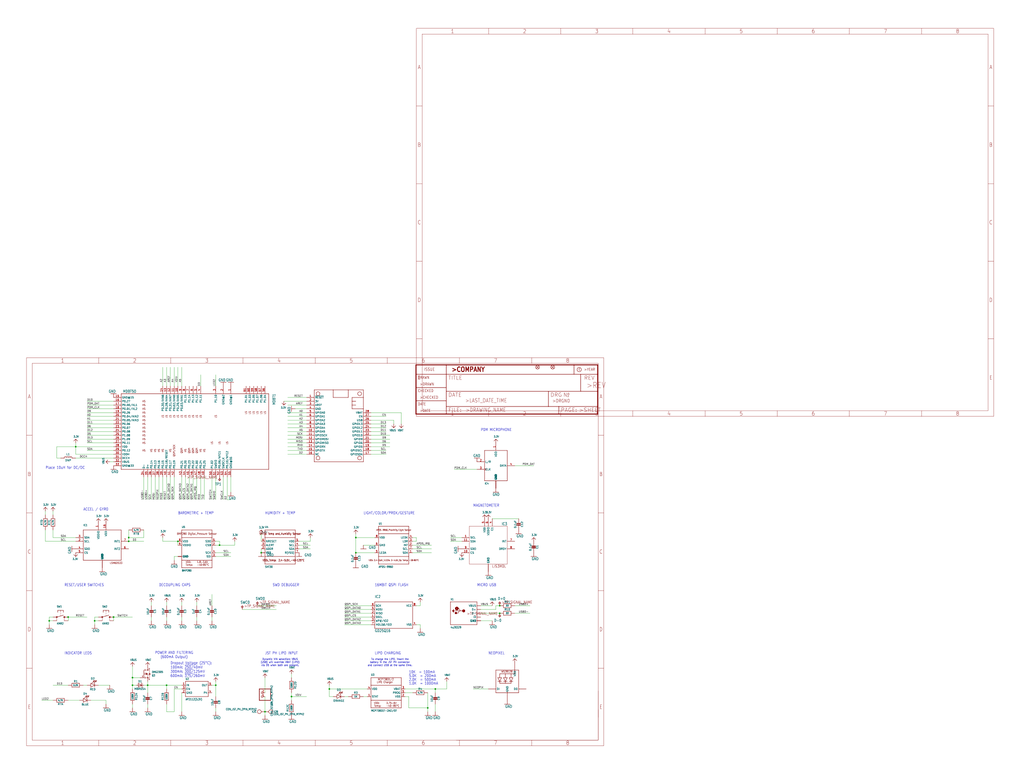
<source format=kicad_sch>
(kicad_sch (version 20211123) (generator eeschema)
  (paper "User" 687.07 520.141)
  (junction (at 63.5 416.56))
  (junction (at 119.38 363.22))
  (junction (at 88.9 459.74))
  (junction (at 335.28 411.48))
  (junction (at 220.98 462.28))
  (junction (at 86.36 360.68))
  (junction (at 99.06 459.74))
  (junction (at 144.78 459.74))
  (junction (at 238.76 370.84))
  (junction (at 111.76 459.74))
  (junction (at 335.28 406.4))
  (junction (at 175.26 370.84))
  (junction (at 238.76 360.68))
  (junction (at 76.2 414.02))
  (junction (at 195.58 467.36))
  (junction (at 287.02 474.98))
  (junction (at 45.72 414.02))
  (junction (at 147.32 365.76))
  (junction (at 33.02 416.56))
  (junction (at 292.1 462.28))
  (junction (at 86.36 363.22))
  (junction (at 88.9 454.66))
  (junction (at 177.8 477.52))
  (junction (at 50.8 299.72))
  (wire (pts (xy 96.52 335.28) (xy 96.52 320.04)))
  (wire (pts (xy 200.66 368.3) (xy 208.28 368.3)))
  (wire (pts (xy 116.84 335.28) (xy 116.84 320.04)))
  (wire (pts (xy 121.92 406.4) (xy 121.92 403.86)))
  (wire (pts (xy 104.14 320.04) (xy 104.14 335.28)))
  (wire (pts (xy 30.48 363.22) (xy 50.8 363.22)))
  (wire (pts (xy 320.04 314.96) (xy 304.8 314.96)))
  (wire (pts (xy 205.74 279.4) (xy 193.04 279.4)))
  (wire (pts (xy 76.2 302.26) (xy 58.42 302.26)))
  (wire (pts (xy 220.98 459.74) (xy 220.98 462.28)))
  (wire (pts (xy 243.84 467.36) (xy 246.38 467.36)))
  (wire (pts (xy 274.32 467.36) (xy 274.32 474.98)))
  (wire (pts (xy 86.36 363.22) (xy 96.52 363.22)))
  (wire (pts (xy 205.74 287.02) (xy 193.04 287.02)))
  (wire (pts (xy 175.26 363.22) (xy 175.26 358.14)))
  (wire (pts (xy 111.76 406.4) (xy 111.76 403.86)))
  (wire (pts (xy 345.44 312.42) (xy 358.14 312.42)))
  (wire (pts (xy 154.94 330.2) (xy 154.94 320.04)))
  (wire (pts (xy 231.14 411.48) (xy 248.92 411.48)))
  (wire (pts (xy 66.04 416.56) (xy 63.5 416.56)))
  (wire (pts (xy 276.86 360.68) (xy 279.4 360.68)))
  (wire (pts (xy 73.66 459.74) (xy 66.04 459.74)))
  (wire (pts (xy 86.36 360.68) (xy 86.36 363.22)))
  (wire (pts (xy 101.6 406.4) (xy 101.6 403.86)))
  (wire (pts (xy 205.74 302.26) (xy 193.04 302.26)))
  (wire (pts (xy 177.8 477.52) (xy 177.8 467.36)))
  (wire (pts (xy 53.34 469.9) (xy 45.72 469.9)))
  (wire (pts (xy 76.2 279.4) (xy 58.42 279.4)))
  (wire (pts (xy 251.46 360.68) (xy 238.76 360.68)))
  (wire (pts (xy 88.9 462.28) (xy 88.9 459.74)))
  (wire (pts (xy 309.88 360.68) (xy 302.26 360.68)))
  (wire (pts (xy 121.92 259.08) (xy 121.92 246.38)))
  (wire (pts (xy 195.58 467.36) (xy 195.58 469.9)))
  (wire (pts (xy 88.9 454.66) (xy 88.9 447.04)))
  (wire (pts (xy 279.4 363.22) (xy 276.86 363.22)))
  (wire (pts (xy 109.22 363.22) (xy 109.22 360.68)))
  (wire (pts (xy 58.42 292.1) (xy 76.2 292.1)))
  (wire (pts (xy 193.04 266.7) (xy 205.74 266.7)))
  (wire (pts (xy 193.04 294.64) (xy 205.74 294.64)))
  (wire (pts (xy 205.74 304.8) (xy 193.04 304.8)))
  (wire (pts (xy 261.62 297.18) (xy 248.92 297.18)))
  (wire (pts (xy 248.92 276.86) (xy 269.24 276.86)))
  (wire (pts (xy 281.94 419.1) (xy 281.94 421.64)))
  (wire (pts (xy 76.2 287.02) (xy 58.42 287.02)))
  (wire (pts (xy 264.16 281.94) (xy 264.16 284.48)))
  (wire (pts (xy 289.56 368.3) (xy 276.86 368.3)))
  (wire (pts (xy 200.66 363.22) (xy 208.28 363.22)))
  (wire (pts (xy 144.78 259.08) (xy 144.78 251.46)))
  (wire (pts (xy 248.92 406.4) (xy 231.14 406.4)))
  (wire (pts (xy 147.32 363.22) (xy 147.32 365.76)))
  (wire (pts (xy 200.66 365.76) (xy 208.28 365.76)))
  (wire (pts (xy 302.26 363.22) (xy 309.88 363.22)))
  (wire (pts (xy 106.68 320.04) (xy 106.68 335.28)))
  (wire (pts (xy 289.56 370.84) (xy 276.86 370.84)))
  (wire (pts (xy 279.4 406.4) (xy 281.94 406.4)))
  (wire (pts (xy 116.84 462.28) (xy 116.84 477.52)))
  (wire (pts (xy 124.46 335.28) (xy 124.46 320.04)))
  (wire (pts (xy 50.8 360.68) (xy 35.56 360.68)))
  (wire (pts (xy 114.3 259.08) (xy 114.3 246.38)))
  (wire (pts (xy 35.56 416.56) (xy 33.02 416.56)))
  (wire (pts (xy 251.46 365.76) (xy 243.84 365.76)))
  (wire (pts (xy 238.76 370.84) (xy 238.76 360.68)))
  (wire (pts (xy 114.3 335.28) (xy 114.3 320.04)))
  (wire (pts (xy 259.08 284.48) (xy 248.92 284.48)))
  (wire (pts (xy 63.5 416.56) (xy 63.5 419.1)))
  (wire (pts (xy 30.48 355.6) (xy 30.48 363.22)))
  (wire (pts (xy 279.4 360.68) (xy 279.4 363.22)))
  (wire (pts (xy 58.42 281.94) (xy 76.2 281.94)))
  (wire (pts (xy 332.74 408.94) (xy 332.74 406.4)))
  (wire (pts (xy 99.06 320.04) (xy 99.06 335.28)))
  (wire (pts (xy 76.2 414.02) (xy 88.9 414.02)))
  (wire (pts (xy 162.56 408.94) (xy 185.42 408.94)))
  (wire (pts (xy 96.52 459.74) (xy 99.06 459.74)))
  (wire (pts (xy 248.92 408.94) (xy 231.14 408.94)))
  (wire (pts (xy 147.32 365.76) (xy 157.48 365.76)))
  (wire (pts (xy 50.8 304.8) (xy 50.8 299.72)))
  (wire (pts (xy 96.52 355.6) (xy 96.52 360.68)))
  (wire (pts (xy 76.2 299.72) (xy 50.8 299.72)))
  (wire (pts (xy 101.6 414.02) (xy 101.6 416.56)))
  (wire (pts (xy 45.72 459.74) (xy 35.56 459.74)))
  (wire (pts (xy 121.92 414.02) (xy 121.92 416.56)))
  (wire (pts (xy 144.78 363.22) (xy 147.32 363.22)))
  (wire (pts (xy 109.22 259.08) (xy 109.22 246.38)))
  (wire (pts (xy 144.78 370.84) (xy 154.94 370.84)))
  (wire (pts (xy 292.1 472.44) (xy 292.1 477.52)))
  (wire (pts (xy 322.58 416.56) (xy 330.2 416.56)))
  (wire (pts (xy 137.16 320.04) (xy 137.16 335.28)))
  (wire (pts (xy 220.98 462.28) (xy 246.38 462.28)))
  (wire (pts (xy 287.02 464.82) (xy 287.02 474.98)))
  (wire (pts (xy 195.58 464.82) (xy 195.58 467.36)))
  (wire (pts (xy 175.26 368.3) (xy 175.26 370.84)))
  (wire (pts (xy 330.2 406.4) (xy 322.58 406.4)))
  (wire (pts (xy 132.08 406.4) (xy 132.08 403.86)))
  (wire (pts (xy 248.92 279.4) (xy 259.08 279.4)))
  (wire (pts (xy 99.06 459.74) (xy 111.76 459.74)))
  (wire (pts (xy 271.78 464.82) (xy 276.86 464.82)))
  (wire (pts (xy 116.84 373.38) (xy 116.84 375.92)))
  (wire (pts (xy 121.92 464.82) (xy 121.92 477.52)))
  (wire (pts (xy 33.02 416.56) (xy 33.02 419.1)))
  (wire (pts (xy 327.66 462.28) (xy 317.5 462.28)))
  (wire (pts (xy 185.42 406.4) (xy 172.72 406.4)))
  (wire (pts (xy 99.06 457.2) (xy 99.06 459.74)))
  (wire (pts (xy 231.14 416.56) (xy 248.92 416.56)))
  (wire (pts (xy 121.92 335.28) (xy 121.92 320.04)))
  (wire (pts (xy 205.74 276.86) (xy 193.04 276.86)))
  (wire (pts (xy 231.14 414.02) (xy 248.92 414.02)))
  (wire (pts (xy 269.24 276.86) (xy 269.24 284.48)))
  (wire (pts (xy 66.04 414.02) (xy 63.5 414.02)))
  (wire (pts (xy 58.42 459.74) (xy 55.88 459.74)))
  (wire (pts (xy 248.92 281.94) (xy 264.16 281.94)))
  (wire (pts (xy 40.64 307.34) (xy 38.1 307.34)))
  (wire (pts (xy 279.4 419.1) (xy 281.94 419.1)))
  (wire (pts (xy 99.06 464.82) (xy 99.06 459.74)))
  (wire (pts (xy 144.78 373.38) (xy 154.94 373.38)))
  (wire (pts (xy 58.42 271.78) (xy 76.2 271.78)))
  (wire (pts (xy 116.84 477.52) (xy 111.76 477.52)))
  (wire (pts (xy 93.98 454.66) (xy 88.9 454.66)))
  (wire (pts (xy 205.74 284.48) (xy 193.04 284.48)))
  (wire (pts (xy 322.58 411.48) (xy 335.28 411.48)))
  (wire (pts (xy 121.92 459.74) (xy 111.76 459.74)))
  (wire (pts (xy 177.8 454.66) (xy 177.8 464.82)))
  (wire (pts (xy 127 320.04) (xy 127 335.28)))
  (wire (pts (xy 76.2 284.48) (xy 58.42 284.48)))
  (wire (pts (xy 231.14 419.1) (xy 248.92 419.1)))
  (wire (pts (xy 251.46 370.84) (xy 238.76 370.84)))
  (wire (pts (xy 134.62 259.08) (xy 134.62 251.46)))
  (wire (pts (xy 88.9 474.98) (xy 88.9 472.44)))
  (wire (pts (xy 195.58 452.12) (xy 195.58 454.66)))
  (wire (pts (xy 205.74 289.56) (xy 193.04 289.56)))
  (wire (pts (xy 292.1 462.28) (xy 299.72 462.28)))
  (wire (pts (xy 88.9 459.74) (xy 88.9 454.66)))
  (wire (pts (xy 292.1 462.28) (xy 271.78 462.28)))
  (wire (pts (xy 111.76 414.02) (xy 111.76 416.56)))
  (wire (pts (xy 116.84 259.08) (xy 116.84 246.38)))
  (wire (pts (xy 205.74 271.78) (xy 193.04 271.78)))
  (wire (pts (xy 220.98 467.36) (xy 220.98 462.28)))
  (wire (pts (xy 45.72 414.02) (xy 45.72 416.56)))
  (wire (pts (xy 177.8 480.06) (xy 177.8 477.52)))
  (wire (pts (xy 35.56 355.6) (xy 35.56 360.68)))
  (wire (pts (xy 259.08 289.56) (xy 248.92 289.56)))
  (wire (pts (xy 152.4 335.28) (xy 154.94 335.28)))
  (wire (pts (xy 119.38 373.38) (xy 116.84 373.38)))
  (wire (pts (xy 193.04 297.18) (xy 205.74 297.18)))
  (wire (pts (xy 129.54 320.04) (xy 129.54 335.28)))
  (wire (pts (xy 355.6 406.4) (xy 345.44 406.4)))
  (wire (pts (xy 287.02 474.98) (xy 287.02 477.52)))
  (wire (pts (xy 132.08 320.04) (xy 132.08 335.28)))
  (wire (pts (xy 76.2 289.56) (xy 58.42 289.56)))
  (wire (pts (xy 231.14 467.36) (xy 233.68 467.36)))
  (wire (pts (xy 144.78 474.98) (xy 144.78 477.52)))
  (wire (pts (xy 292.1 464.82) (xy 292.1 462.28)))
  (wire (pts (xy 119.38 363.22) (xy 109.22 363.22)))
  (wire (pts (xy 30.48 342.9) (xy 30.48 345.44)))
  (wire (pts (xy 35.56 469.9) (xy 27.94 469.9)))
  (wire (pts (xy 76.2 276.86) (xy 58.42 276.86)))
  (wire (pts (xy 142.24 459.74) (xy 144.78 459.74)))
  (wire (pts (xy 238.76 360.68) (xy 238.76 358.14)))
  (wire (pts (xy 142.24 320.04) (xy 142.24 335.28)))
  (wire (pts (xy 76.2 414.02) (xy 76.2 416.56)))
  (wire (pts (xy 38.1 299.72) (xy 50.8 299.72)))
  (wire (pts (xy 144.78 320.04) (xy 144.78 335.28)))
  (wire (pts (xy 119.38 259.08) (xy 119.38 246.38)))
  (wire (pts (xy 142.24 416.56) (xy 142.24 414.02)))
  (wire (pts (xy 198.12 274.32) (xy 205.74 274.32)))
  (wire (pts (xy 101.6 320.04) (xy 101.6 335.28)))
  (wire (pts (xy 195.58 467.36) (xy 205.74 467.36)))
  (wire (pts (xy 45.72 414.02) (xy 58.42 414.02)))
  (wire (pts (xy 322.58 408.94) (xy 332.74 408.94)))
  (wire (pts (xy 35.56 345.44) (xy 35.56 342.9)))
  (wire (pts (xy 248.92 304.8) (xy 259.08 304.8)))
  (wire (pts (xy 71.12 469.9) (xy 71.12 472.44)))
  (wire (pts (xy 76.2 294.64) (xy 58.42 294.64)))
  (wire (pts (xy 261.62 294.64) (xy 248.92 294.64)))
  (wire (pts (xy 96.52 360.68) (xy 86.36 360.68)))
  (wire (pts (xy 76.2 304.8) (xy 50.8 304.8)))
  (wire (pts (xy 281.94 406.4) (xy 281.94 403.86)))
  (wire (pts (xy 35.56 414.02) (xy 33.02 414.02)))
  (wire (pts (xy 50.8 299.72) (xy 50.8 297.18)))
  (wire (pts (xy 271.78 467.36) (xy 274.32 467.36)))
  (wire (pts (xy 71.12 469.9) (xy 60.96 469.9)))
  (wire (pts (xy 111.76 462.28) (xy 111.76 459.74)))
  (wire (pts (xy 259.08 287.02) (xy 248.92 287.02)))
  (wire (pts (xy 276.86 365.76) (xy 289.56 365.76)))
  (wire (pts (xy 99.06 472.44) (xy 99.06 474.98)))
  (wire (pts (xy 248.92 299.72) (xy 261.62 299.72)))
  (wire (pts (xy 330.2 347.98) (xy 347.98 347.98)))
  (wire (pts (xy 109.22 320.04) (xy 109.22 335.28)))
  (wire (pts (xy 355.6 411.48) (xy 345.44 411.48)))
  (wire (pts (xy 149.86 320.04) (xy 149.86 335.28)))
  (wire (pts (xy 205.74 292.1) (xy 193.04 292.1)))
  (wire (pts (xy 76.2 269.24) (xy 58.42 269.24)))
  (wire (pts (xy 205.74 299.72) (xy 193.04 299.72)))
  (wire (pts (xy 261.62 292.1) (xy 248.92 292.1)))
  (wire (pts (xy 274.32 474.98) (xy 287.02 474.98)))
  (wire (pts (xy 205.74 269.24) (xy 190.5 269.24)))
  (wire (pts (xy 157.48 365.76) (xy 157.48 363.22)))
  (wire (pts (xy 91.44 459.74) (xy 88.9 459.74)))
  (wire (pts (xy 142.24 406.4) (xy 142.24 398.78)))
  (wire (pts (xy 132.08 414.02) (xy 132.08 416.56)))
  (wire (pts (xy 144.78 365.76) (xy 147.32 365.76)))
  (wire (pts (xy 111.76 477.52) (xy 111.76 472.44)))
  (wire (pts (xy 58.42 297.18) (xy 76.2 297.18)))
  (wire (pts (xy 134.62 320.04) (xy 134.62 335.28)))
  (wire (pts (xy 38.1 307.34) (xy 38.1 299.72)))
  (wire (pts (xy 223.52 467.36) (xy 220.98 467.36)))
  (wire (pts (xy 111.76 259.08) (xy 111.76 246.38)))
  (wire (pts (xy 119.38 365.76) (xy 119.38 363.22)))
  (wire (pts (xy 76.2 274.32) (xy 58.42 274.32)))
  (wire (pts (xy 144.78 459.74) (xy 144.78 457.2)))
  (wire (pts (xy 76.2 309.88) (xy 73.66 309.88)))
  (wire (pts (xy 248.92 302.26) (xy 259.08 302.26)))
  (wire (pts (xy 33.02 414.02) (xy 33.02 416.56)))
  (wire (pts (xy 111.76 320.04) (xy 111.76 335.28)))
  (wire (pts (xy 205.74 281.94) (xy 193.04 281.94)))
  (wire (pts (xy 332.74 406.4) (xy 335.28 406.4)))
  (wire (pts (xy 144.78 467.36) (xy 144.78 459.74)))
  (wire (pts (xy 86.36 360.68) (xy 86.36 355.6)))
  (wire (pts (xy 76.2 307.34) (xy 50.8 307.34)))
  (wire (pts (xy 121.92 462.28) (xy 116.84 462.28)))
  (wire (pts (xy 63.5 414.02) (xy 63.5 416.56)))
  (wire (pts (xy 152.4 320.04) (xy 152.4 335.28)))
  (wire (pts (xy 299.72 457.2) (xy 299.72 462.28)))
  (wire (pts (xy 208.28 363.22) (xy 208.28 360.68)))
  (text "Place 10uH for DC/DC" (at 30.48 314.96 180) (effects (font (size 1.778 1.5113)) (justify left bottom)))
  (text "2.0K  = 500mA" (at 274.32 457.2 180) (effects (font (size 1.778 1.5113)) (justify left bottom)))
  (text "1.0K  = 1000mA" (at 274.32 459.74 180) (effects (font (size 1.778 1.5113)) (justify left bottom)))
  (text "JST PH LIPO INPUT" (at 177.8 439.42 180) (effects (font (size 1.778 1.5113)) (justify left bottom)))
  (text "MAGNETOMETER" (at 317.5 340.36 180) (effects (font (size 1.778 1.5113)) (justify left bottom)))
  (text "BAROMETRIC + TEMP" (at 119.38 345.44 180) (effects (font (size 1.778 1.5113)) (justify left bottom)))
  (text "POWER AND FILTERING\n(600mA Output)" (at 116.84 441.96 180) (effects (font (size 1.778 1.5113)) (justify bottom)))
  (text "INDICATOR LEDS" (at 43.18 439.42 180) (effects (font (size 1.778 1.5113)) (justify left bottom)))
  (text "5.0K  = 200mA" (at 274.32 454.66 180) (effects (font (size 1.778 1.5113)) (justify left bottom)))
  (text "10K  = 100mA" (at 274.32 452.12 180) (effects (font (size 1.778 1.5113)) (justify left bottom)))
  (text "RESET/USER SWITCHES" (at 43.18 393.7 180) (effects (font (size 1.778 1.5113)) (justify left bottom)))
  (text "LIGHT/COLOR/PROX/GESTURE" (at 243.84 345.44 180) (effects (font (size 1.778 1.5113)) (justify left bottom)))
  (text "PDM MICROPHONE" (at 322.58 289.56 180) (effects (font (size 1.778 1.5113)) (justify left bottom)))
  (text "MICRO USB" (at 320.04 393.7 180) (effects (font (size 1.778 1.5113)) (justify left bottom)))
  (text "16MBIT QSPI FLASH" (at 251.46 393.7 180) (effects (font (size 1.778 1.5113)) (justify left bottom)))
  (text "LIPO CHARGING" (at 251.46 439.42 180) (effects (font (size 1.778 1.5113)) (justify left bottom)))
  (text "SWD DEBUGGER" (at 182.88 393.7 180) (effects (font (size 1.778 1.5113)) (justify left bottom)))
  (text "ACCEL / GYRO" (at 55.88 342.9 180) (effects (font (size 1.778 1.5113)) (justify left bottom)))
  (text "HUMIDITY + TEMP" (at 177.8 345.44 180) (effects (font (size 1.778 1.5113)) (justify left bottom)))
  (text "To charge the LIPO, insert the\nbattery in the JST PH connector\nand connect USB at the same time." (at 261.62 444.5 0) (effects (font (size 1.27 1.0795))))
  (text "DECOUPLING CAPS" (at 106.68 393.7 180) (effects (font (size 1.778 1.5113)) (justify left bottom)))
  (text "Dynamic VIN selection: VBUS\n(USB) will override VBAT (LIPO)\nvia D5 when both are present." (at 187.96 444.5 0) (effects (font (size 1.27 1.0795))))
  (text "NEOPIXEL" (at 327.66 439.42 180) (effects (font (size 1.778 1.5113)) (justify left bottom)))
  (text "Dropout Voltage (25°C):\n100mA: ~{250/}40mV\n300mA: ~{300/}125mV\n600mA: ~{375/}260mV" (at 114.3 454.66 0) (effects (font (size 1.778 1.5113)) (justify left bottom)))
  (label "D5" (at 259.08 299.72 180) (effects (font (size 1.2446 1.2446))))
  (label "A3" (at 111.76 256.54 90) (effects (font (size 1.2446 1.2446))))
  (label "MOSI" (at 104.14 335.28 90) (effects (font (size 1.2446 1.2446))))
  (label "SDA" (at 279.4 370.84 0) (effects (font (size 1.2446 1.2446))))
  (label "D13" (at 38.1 459.74 0) (effects (font (size 1.2446 1.2446))))
  (label "SDA" (at 40.64 360.68 0) (effects (font (size 1.2446 1.2446))))
  (label "SWDIO" (at 144.78 335.28 90) (effects (font (size 1.2446 1.2446))))
  (label "D2" (at 203.2 304.8 180) (effects (font (size 1.2446 1.2446))))
  (label "QSPI_DATA0" (at 114.3 335.28 90) (effects (font (size 1.2446 1.2446))))
  (label "SDA" (at 203.2 368.3 0) (effects (font (size 1.2446 1.2446))))
  (label "D12" (at 259.08 287.02 180) (effects (font (size 1.2446 1.2446))))
  (label "AREF" (at 114.3 256.54 90) (effects (font (size 1.2446 1.2446))))
  (label "SWDIO" (at 175.26 406.4 0) (effects (font (size 1.2446 1.2446))))
  (label "SCL" (at 40.64 363.22 0) (effects (font (size 1.2446 1.2446))))
  (label "PDM_CLK" (at 58.42 274.32 0) (effects (font (size 1.2446 1.2446))))
  (label "EN" (at 116.84 462.28 0) (effects (font (size 1.2446 1.2446))))
  (label "MISO" (at 109.22 335.28 90) (effects (font (size 1.2446 1.2446))))
  (label "SDA" (at 149.86 373.38 0) (effects (font (size 1.2446 1.2446))))
  (label "D6" (at 259.08 297.18 180) (effects (font (size 1.2446 1.2446))))
  (label "D10" (at 58.42 269.24 0) (effects (font (size 1.2446 1.2446))))
  (label "USBD-" (at 347.98 411.48 0) (effects (font (size 1.2446 1.2446))))
  (label "SCL" (at 259.08 302.26 180) (effects (font (size 1.2446 1.2446))))
  (label "A4" (at 203.2 287.02 180) (effects (font (size 1.2446 1.2446))))
  (label "D13" (at 58.42 294.64 0) (effects (font (size 1.2446 1.2446))))
  (label "RESET" (at 111.76 335.28 90) (effects (font (size 1.2446 1.2446))))
  (label "SCL" (at 279.4 368.3 0) (effects (font (size 1.2446 1.2446))))
  (label "RESET" (at 203.2 266.7 180) (effects (font (size 1.2446 1.2446))))
  (label "A3" (at 203.2 284.48 180) (effects (font (size 1.2446 1.2446))))
  (label "TXD" (at 137.16 335.28 90) (effects (font (size 1.2446 1.2446))))
  (label "PDM_CLK" (at 304.8 314.96 0) (effects (font (size 1.2446 1.2446))))
  (label "A1" (at 58.42 281.94 0) (effects (font (size 1.2446 1.2446))))
  (label "A2" (at 109.22 256.54 90) (effects (font (size 1.2446 1.2446))))
  (label "APDS_IRQ" (at 132.08 335.28 90) (effects (font (size 1.2446 1.2446))))
  (label "D11" (at 58.42 284.48 0) (effects (font (size 1.2446 1.2446))))
  (label "D3" (at 88.9 363.22 0) (effects (font (size 1.2446 1.2446))))
  (label "NEOPIX" (at 106.68 335.28 90) (effects (font (size 1.2446 1.2446))))
  (label "USBD+" (at 99.06 335.28 90) (effects (font (size 1.2446 1.2446))))
  (label "SWCLK" (at 149.86 335.28 90) (effects (font (size 1.2446 1.2446))))
  (label "RXD" (at 203.2 299.72 180) (effects (font (size 1.2446 1.2446))))
  (label "SWITCH" (at 142.24 335.28 90) (effects (font (size 1.2446 1.2446))))
  (label "MOSI" (at 203.2 294.64 180) (effects (font (size 1.2446 1.2446))))
  (label "DCCH" (at 53.34 307.34 0) (effects (font (size 1.2446 1.2446))))
  (label "TXD" (at 203.2 302.26 180) (effects (font (size 1.2446 1.2446))))
  (label "A4" (at 116.84 256.54 90) (effects (font (size 1.2446 1.2446))))
  (label "D12" (at 58.42 289.56 0) (effects (font (size 1.2446 1.2446))))
  (label "D9" (at 58.42 276.86 0) (effects (font (size 1.2446 1.2446))))
  (label "LED2" (at 144.78 259.08 90) (effects (font (size 1.2446 1.2446))))
  (label "SDA" (at 302.26 363.22 0) (effects (font (size 1.2446 1.2446))))
  (label "D5" (at 58.42 292.1 0) (effects (font (size 1.2446 1.2446))))
  (label "LED2" (at 27.94 469.9 0) (effects (font (size 1.2446 1.2446))))
  (label "QSPI_DATA3" (at 121.92 335.28 90) (effects (font (size 1.2446 1.2446))))
  (label "QSPI_DATA1" (at 231.14 411.48 0) (effects (font (size 1.2446 1.2446))))
  (label "RXD" (at 134.62 335.28 90) (effects (font (size 1.2446 1.2446))))
  (label "PDM_DAT" (at 58.42 271.78 0) (effects (font (size 1.2446 1.2446))))
  (label "PDM_DAT" (at 350.52 312.42 0) (effects (font (size 1.2446 1.2446))))
  (label "A5" (at 203.2 289.56 180) (effects (font (size 1.2446 1.2446))))
  (label "VBUS" (at 322.58 406.4 0) (effects (font (size 1.2446 1.2446))))
  (label "QSPI_DATA0" (at 231.14 408.94 0) (effects (font (size 1.2446 1.2446))))
  (label "SDA" (at 259.08 304.8 180) (effects (font (size 1.2446 1.2446))))
  (label "RESET" (at 50.8 414.02 0) (effects (font (size 1.2446 1.2446))))
  (label "EN" (at 259.08 279.4 180) (effects (font (size 1.2446 1.2446))))
  (label "SCL" (at 302.26 360.68 0) (effects (font (size 1.2446 1.2446))))
  (label "D13" (at 259.08 284.48 180) (effects (font (size 1.2446 1.2446))))
  (label "SCK" (at 203.2 292.1 180) (effects (font (size 1.2446 1.2446))))
  (label "NEOPIX" (at 317.5 462.28 0) (effects (font (size 1.2446 1.2446))))
  (label "QSPI_DATA2" (at 127 335.28 90) (effects (font (size 1.2446 1.2446))))
  (label "AREF" (at 142.24 406.4 90) (effects (font (size 1.2446 1.2446))))
  (label "SCL" (at 149.86 370.84 0) (effects (font (size 1.2446 1.2446))))
  (label "QSPI_DATA2" (at 231.14 416.56 0) (effects (font (size 1.2446 1.2446))))
  (label "QSPI_CS" (at 231.14 414.02 0) (effects (font (size 1.2446 1.2446))))
  (label "QSPI_SCK" (at 231.14 406.4 0) (effects (font (size 1.2446 1.2446))))
  (label "QSPI_DATA1" (at 129.54 335.28 90) (effects (font (size 1.2446 1.2446))))
  (label "SWCLK" (at 175.26 408.94 0) (effects (font (size 1.2446 1.2446))))
  (label "QSPI_CS" (at 124.46 335.28 90) (effects (font (size 1.2446 1.2446))))
  (label "AREF" (at 203.2 271.78 180) (effects (font (size 1.2446 1.2446))))
  (label "A0" (at 58.42 279.4 0) (effects (font (size 1.2446 1.2446))))
  (label "APDS_IRQ" (at 279.4 365.76 0) (effects (font (size 1.2446 1.2446))))
  (label "D11" (at 259.08 289.56 180) (effects (font (size 1.2446 1.2446))))
  (label "USBD-" (at 96.52 335.28 90) (effects (font (size 1.2446 1.2446))))
  (label "SCL" (at 203.2 365.76 0) (effects (font (size 1.2446 1.2446))))
  (label "QSPI_SCK" (at 116.84 335.28 90) (effects (font (size 1.2446 1.2446))))
  (label "SWITCH" (at 78.74 414.02 0) (effects (font (size 1.2446 1.2446))))
  (label "SDA" (at 58.42 302.26 0) (effects (font (size 1.2446 1.2446))))
  (label "SCK" (at 101.6 335.28 90) (effects (font (size 1.2446 1.2446))))
  (label "A1" (at 203.2 279.4 180) (effects (font (size 1.2446 1.2446))))
  (label "QSPI_DATA3" (at 231.14 419.1 0) (effects (font (size 1.2446 1.2446))))
  (label "A5" (at 121.92 256.54 90) (effects (font (size 1.2446 1.2446))))
  (label "D6" (at 58.42 287.02 0) (effects (font (size 1.2446 1.2446))))
  (label "VDIV" (at 119.38 256.54 90) (effects (font (size 1.2446 1.2446))))
  (label "MISO" (at 203.2 297.18 180) (effects (font (size 1.2446 1.2446))))
  (label "D3" (at 134.62 259.08 90) (effects (font (size 1.2446 1.2446))))
  (label "D2" (at 152.4 335.28 90) (effects (font (size 1.2446 1.2446))))
  (label "VDIV" (at 198.12 467.36 0) (effects (font (size 1.2446 1.2446))))
  (label "A2" (at 203.2 281.94 180) (effects (font (size 1.2446 1.2446))))
  (label "3.3V" (at 175.26 358.14 0) (effects (font (size 1.2446 1.2446))))
  (label "D9" (at 259.08 294.64 180) (effects (font (size 1.2446 1.2446))))
  (label "USBD+" (at 347.98 406.4 0) (effects (font (size 1.2446 1.2446))))
  (label "A0" (at 203.2 276.86 180) (effects (font (size 1.2446 1.2446))))
  (label "D10" (at 259.08 292.1 180) (effects (font (size 1.2446 1.2446))))
  (label "SCL" (at 58.42 297.18 0) (effects (font (size 1.2446 1.2446))))
  (symbol (lib_id "eagleSchem-eagle-import:GND") (at 175.26 373.38 0) (unit 1)
    (property "Reference" "#U$69" (effects hide))
    (property "Value" "GND" (at 178.816 373.38 0) (effects (font (size 1.778 1.5113)) (justify left bottom)))
    (property "Footprint" "eagleSchem:" (effects hide))
  )
  (symbol (lib_id "eagleSchem-eagle-import:FEATHERWING_NODIM") (at 210.82 261.62 270) (unit 1)
    (property "Reference" "MS1" (effects hide))
    (property "Value" "FEATHERWING_NODIM" (effects hide))
    (property "Footprint" "eagleSchem:FEATHERWING_NODIM" (effects hide))
  )
  (symbol (lib_id "eagleSchem-eagle-import:3.3V") (at 208.28 358.14 0) (unit 1)
    (property "Reference" "#U$67" (effects hide))
    (property "Value" "3.3V" (at 206.756 357.124 0) (effects (font (size 1.27 1.0795)) (justify left bottom)))
    (property "Footprint" "eagleSchem:" (effects hide))
  )
  (symbol (lib_id "eagleSchem-eagle-import:GND") (at 330.2 419.1 0) (unit 1)
    (property "Reference" "#U$19" (effects hide))
    (property "Value" "GND" (at 328.676 421.64 0) (effects (font (size 1.778 1.5113)) (justify left bottom)))
    (property "Footprint" "eagleSchem:" (effects hide))
  )
  (symbol (lib_id "eagleSchem-eagle-import:GND") (at 243.84 368.3 0) (unit 1)
    (property "Reference" "#U$63" (effects hide))
    (property "Value" "GND" (at 247.396 368.3 0) (effects (font (size 1.778 1.5113)) (justify left bottom)))
    (property "Footprint" "eagleSchem:" (effects hide))
  )
  (symbol (lib_id "eagleSchem-eagle-import:GND") (at 48.26 368.3 270) (unit 1)
    (property "Reference" "#U$52" (effects hide))
    (property "Value" "GND" (at 45.72 366.776 0) (effects (font (size 1.778 1.5113)) (justify left bottom)))
    (property "Footprint" "eagleSchem:" (effects hide))
  )
  (symbol (lib_id "eagleSchem-eagle-import:MDBT50") (at 132.08 289.56 270) (unit 1)
    (property "Reference" "MDBT1" (at 182.88 264.16 0) (effects (font (size 1.778 1.5113)) (justify left bottom)))
    (property "Value" "MDBT50" (at 91.44 261.62 90) (effects (font (size 1.778 1.5113)) (justify right top)))
    (property "Footprint" "eagleSchem:MDBT50" (effects hide))
  )
  (symbol (lib_id "eagleSchem-eagle-import:MIC_PDM_SPK0415") (at 332.74 312.42 0) (unit 1)
    (property "Reference" "IC4" (at 325.12 325.12 0) (effects (font (size 1.27 1.0795)) (justify left bottom)))
    (property "Value" "MIC_PDM" (effects hide))
    (property "Footprint" "eagleSchem:SPK0415HM4H" (effects hide))
  )
  (symbol (lib_id "eagleSchem-eagle-import:RESISTOR_4PACK") (at 30.48 350.52 90) (unit 4)
    (property "Reference" "R7" (at 27.94 350.52 0))
    (property "Value" "4.7K" (at 30.48 350.52 0) (effects (font (size 1.016 1.016) bold)))
    (property "Footprint" "eagleSchem:RESPACK_4X0603" (effects hide))
  )
  (symbol (lib_id "eagleSchem-eagle-import:LED0603_NOOUTLINE") (at 58.42 469.9 0) (unit 1)
    (property "Reference" "D4" (at 57.15 465.455 0))
    (property "Value" "BLUE" (at 57.15 472.694 0))
    (property "Footprint" "eagleSchem:CHIPLED_0603_NOOUTLINE" (effects hide))
  )
  (symbol (lib_id "eagleSchem-eagle-import:RESISTOR_4PACK") (at 35.56 350.52 90) (unit 3)
    (property "Reference" "R7" (at 33.02 350.52 0))
    (property "Value" "4.7K" (at 35.56 350.52 0) (effects (font (size 1.016 1.016) bold)))
    (property "Footprint" "eagleSchem:RESPACK_4X0603" (effects hide))
  )
  (symbol (lib_id "eagleSchem-eagle-import:3.3V") (at 175.26 355.6 0) (unit 1)
    (property "Reference" "#U$17" (effects hide))
    (property "Value" "3.3V" (at 173.736 354.584 0) (effects (font (size 1.27 1.0795)) (justify left bottom)))
    (property "Footprint" "eagleSchem:" (effects hide))
  )
  (symbol (lib_id "eagleSchem-eagle-import:VBAT") (at 195.58 449.58 0) (unit 1)
    (property "Reference" "#U$58" (effects hide))
    (property "Value" "VBAT" (at 194.056 448.564 0) (effects (font (size 1.27 1.0795)) (justify left bottom)))
    (property "Footprint" "eagleSchem:" (effects hide))
  )
  (symbol (lib_id "eagleSchem-eagle-import:GND") (at 307.34 368.3 270) (unit 1)
    (property "Reference" "#U$50" (effects hide))
    (property "Value" "GND" (at 304.8 366.776 0) (effects (font (size 1.778 1.5113)) (justify left bottom)))
    (property "Footprint" "eagleSchem:" (effects hide))
  )
  (symbol (lib_id "eagleSchem-eagle-import:GND") (at 287.02 480.06 0) (unit 1)
    (property "Reference" "#U$36" (effects hide))
    (property "Value" "GND" (at 285.496 482.6 0) (effects (font (size 1.778 1.5113)) (justify left bottom)))
    (property "Footprint" "eagleSchem:" (effects hide))
  )
  (symbol (lib_id "eagleSchem-eagle-import:3.3V") (at 50.8 294.64 0) (unit 1)
    (property "Reference" "#U$47" (effects hide))
    (property "Value" "3.3V" (at 49.276 293.624 0) (effects (font (size 1.27 1.0795)) (justify left bottom)))
    (property "Footprint" "eagleSchem:" (effects hide))
  )
  (symbol (lib_id "eagleSchem-eagle-import:CON_JST_PH_2PIN_MTPH2") (at 177.8 477.52 90) (unit 3)
    (property "Reference" "X2" (at 172.212 477.52 90) (effects (font (size 1.27 1.0795)) (justify left)))
    (property "Value" "CON_JST_PH_2PIN_MTPH2" (at 172.212 475.869 90) (effects (font (size 1.27 1.0795)) (justify left)))
    (property "Footprint" "eagleSchem:JSTPH2" (effects hide))
  )
  (symbol (lib_id "eagleSchem-eagle-import:3.3V") (at 345.44 441.96 0) (unit 1)
    (property "Reference" "#U$59" (effects hide))
    (property "Value" "3.3V" (at 343.916 440.944 0) (effects (font (size 1.27 1.0795)) (justify left bottom)))
    (property "Footprint" "eagleSchem:" (effects hide))
  )
  (symbol (lib_id "eagleSchem-eagle-import:GND") (at 99.06 477.52 0) (unit 1)
    (property "Reference" "#U$4" (effects hide))
    (property "Value" "GND" (at 97.536 480.06 0) (effects (font (size 1.778 1.5113)) (justify left bottom)))
    (property "Footprint" "eagleSchem:" (effects hide))
  )
  (symbol (lib_id "eagleSchem-eagle-import:CAP_CERAMIC0603_NO") (at 142.24 408.94 180) (unit 1)
    (property "Reference" "C10" (at 144.53 410.19 90))
    (property "Value" "0.1uF" (at 139.94 410.19 90))
    (property "Footprint" "eagleSchem:0603-NO" (effects hide))
  )
  (symbol (lib_id "eagleSchem-eagle-import:CAP_CERAMIC0805-NOOUTLINE") (at 292.1 467.36 180) (unit 1)
    (property "Reference" "C9" (at 294.39 468.61 90))
    (property "Value" "10uF" (at 289.8 468.61 90))
    (property "Footprint" "eagleSchem:0805-NO" (effects hide))
  )
  (symbol (lib_id "eagleSchem-eagle-import:GND") (at 132.08 419.1 0) (unit 1)
    (property "Reference" "#U$31" (effects hide))
    (property "Value" "GND" (at 130.556 421.64 0) (effects (font (size 1.778 1.5113)) (justify left bottom)))
    (property "Footprint" "eagleSchem:" (effects hide))
  )
  (symbol (lib_id "eagleSchem-eagle-import:3.3V") (at 109.22 358.14 0) (unit 1)
    (property "Reference" "#U$71" (effects hide))
    (property "Value" "3.3V" (at 107.696 357.124 0) (effects (font (size 1.27 1.0795)) (justify left bottom)))
    (property "Footprint" "eagleSchem:" (effects hide))
  )
  (symbol (lib_id "eagleSchem-eagle-import:CAP_CERAMIC0805-NOOUTLINE") (at 144.78 469.9 180) (unit 1)
    (property "Reference" "C8" (at 147.07 471.15 90))
    (property "Value" "10uF" (at 142.48 471.15 90))
    (property "Footprint" "eagleSchem:0805-NO" (effects hide))
  )
  (symbol (lib_id "eagleSchem-eagle-import:BMP280") (at 132.08 368.3 0) (unit 1)
    (property "Reference" "U5" (at 121.92 354.33 0) (effects (font (size 1.27 1.0795)) (justify left bottom)))
    (property "Value" "BMP280" (at 121.92 383.54 0) (effects (font (size 1.27 1.0795)) (justify left bottom)))
    (property "Footprint" "eagleSchem:BMP280" (effects hide))
  )
  (symbol (lib_id "eagleSchem-eagle-import:3.3V") (at 332.74 294.64 0) (unit 1)
    (property "Reference" "#U$70" (effects hide))
    (property "Value" "3.3V" (at 331.216 293.624 0) (effects (font (size 1.27 1.0795)) (justify left bottom)))
    (property "Footprint" "eagleSchem:" (effects hide))
  )
  (symbol (lib_id "eagleSchem-eagle-import:GND") (at 358.14 373.38 0) (unit 1)
    (property "Reference" "#U$73" (effects hide))
    (property "Value" "GND" (at 356.616 375.92 0) (effects (font (size 1.778 1.5113)) (justify left bottom)))
    (property "Footprint" "eagleSchem:" (effects hide))
  )
  (symbol (lib_id "eagleSchem-eagle-import:3.3V") (at 238.76 355.6 0) (unit 1)
    (property "Reference" "#U$62" (effects hide))
    (property "Value" "3.3V" (at 237.236 354.584 0) (effects (font (size 1.27 1.0795)) (justify left bottom)))
    (property "Footprint" "eagleSchem:" (effects hide))
  )
  (symbol (lib_id "eagleSchem-eagle-import:3.3V") (at 71.12 347.98 0) (unit 1)
    (property "Reference" "#U$18" (effects hide))
    (property "Value" "3.3V" (at 69.596 346.964 0) (effects (font (size 1.27 1.0795)) (justify left bottom)))
    (property "Footprint" "eagleSchem:" (effects hide))
  )
  (symbol (lib_id "eagleSchem-eagle-import:GND") (at 292.1 480.06 0) (unit 1)
    (property "Reference" "#U$33" (effects hide))
    (property "Value" "GND" (at 290.576 482.6 0) (effects (font (size 1.778 1.5113)) (justify left bottom)))
    (property "Footprint" "eagleSchem:" (effects hide))
  )
  (symbol (lib_id "eagleSchem-eagle-import:LED0805_NOOUTLINE") (at 63.5 459.74 0) (unit 1)
    (property "Reference" "D2" (at 62.23 455.295 0))
    (property "Value" "RED" (at 62.23 462.534 0))
    (property "Footprint" "eagleSchem:CHIPLED_0805_NOOUTLINE" (effects hide))
  )
  (symbol (lib_id "eagleSchem-eagle-import:LIS3MDL") (at 327.66 365.76 0) (unit 1)
    (property "Reference" "IC3" (at 340.36 350.52 0) (effects (font (size 1.778 1.5113)) (justify right top)))
    (property "Value" "LIS3MDL" (effects hide))
    (property "Footprint" "eagleSchem:LGA12_2X2MM" (effects hide))
  )
  (symbol (lib_id "eagleSchem-eagle-import:VBUS") (at 88.9 444.5 0) (unit 1)
    (property "Reference" "#U$13" (effects hide))
    (property "Value" "VBUS" (at 87.376 443.484 0) (effects (font (size 1.27 1.0795)) (justify left bottom)))
    (property "Footprint" "eagleSchem:" (effects hide))
  )
  (symbol (lib_id "eagleSchem-eagle-import:GND") (at 320.04 307.34 0) (mirror x) (unit 1)
    (property "Reference" "#GND6" (effects hide))
    (property "Value" "GND" (at 317.5 304.8 0) (effects (font (size 1.778 1.5113)) (justify left bottom)))
    (property "Footprint" "eagleSchem:" (effects hide))
  )
  (symbol (lib_id "eagleSchem-eagle-import:VBUS") (at 111.76 401.32 0) (unit 1)
    (property "Reference" "#U$29" (effects hide))
    (property "Value" "VBUS" (at 110.236 400.304 0) (effects (font (size 1.27 1.0795)) (justify left bottom)))
    (property "Footprint" "eagleSchem:" (effects hide))
  )
  (symbol (lib_id "eagleSchem-eagle-import:VBAT") (at 99.06 444.5 0) (unit 1)
    (property "Reference" "#U$43" (effects hide))
    (property "Value" "VBAT" (at 97.536 443.484 0) (effects (font (size 1.27 1.0795)) (justify left bottom)))
    (property "Footprint" "eagleSchem:" (effects hide))
  )
  (symbol (lib_id "eagleSchem-eagle-import:RESISTOR_4PACK") (at 40.64 469.9 180) (unit 1)
    (property "Reference" "R7" (at 40.64 472.44 0))
    (property "Value" "4.7K" (at 40.64 469.9 0) (effects (font (size 1.016 1.016) bold)))
    (property "Footprint" "eagleSchem:RESPACK_4X0603" (effects hide))
  )
  (symbol (lib_id "eagleSchem-eagle-import:TPTP10R") (at 335.28 403.86 0) (unit 1)
    (property "Reference" "D+0" (at 334.01 402.59 0) (effects (font (size 1.778 1.5113)) (justify left bottom)))
    (property "Value" "TPTP10R" (effects hide))
    (property "Footprint" "eagleSchem:TP10R" (effects hide))
  )
  (symbol (lib_id "eagleSchem-eagle-import:INDUCTOR_0805MP") (at 45.72 307.34 0) (unit 1)
    (property "Reference" "L1" (at 45.72 304.8 0))
    (property "Value" "DNP" (at 45.72 308.88 0))
    (property "Footprint" "eagleSchem:_0805MP" (effects hide))
  )
  (symbol (lib_id "eagleSchem-eagle-import:RESISTOR_4PACK") (at 195.58 459.74 270) (unit 4)
    (property "Reference" "R12" (at 198.12 459.74 0))
    (property "Value" "100K" (at 195.58 459.74 0) (effects (font (size 1.016 1.016) bold)))
    (property "Footprint" "eagleSchem:RESPACK_4X0603" (effects hide))
  )
  (symbol (lib_id "eagleSchem-eagle-import:FRAME_A3") (at 279.4 279.4 0) (unit 3)
    (property "Reference" "#FRAME1" (effects hide))
    (property "Value" "FRAME_A3" (effects hide))
    (property "Footprint" "eagleSchem:" (effects hide))
  )
  (symbol (lib_id "eagleSchem-eagle-import:TPTP12R") (at 172.72 403.86 0) (unit 1)
    (property "Reference" "SWD0" (at 171.45 402.59 0) (effects (font (size 1.778 1.5113)) (justify left bottom)))
    (property "Value" "TPTP12R" (effects hide))
    (property "Footprint" "eagleSchem:TP12R" (effects hide))
  )
  (symbol (lib_id "eagleSchem-eagle-import:MOSFET-P") (at 99.06 452.12 0) (mirror x) (unit 1)
    (property "Reference" "Q3" (at 101.854 452.501 0) (effects (font (size 1.27 1.0795)) (justify left bottom)))
    (property "Value" "DMG2305" (at 101.854 450.215 0) (effects (font (size 1.27 1.0795)) (justify left bottom)))
    (property "Footprint" "eagleSchem:SOT23-R" (effects hide))
  )
  (symbol (lib_id "eagleSchem-eagle-import:MCP73831{slash}2") (at 259.08 464.82 0) (unit 1)
    (property "Reference" "U3" (at 248.92 453.39 0) (effects (font (size 1.27 1.0795)) (justify left bottom)))
    (property "Value" "MCP73831T-2ACI/OT" (at 248.92 477.52 0) (effects (font (size 1.27 1.0795)) (justify left bottom)))
    (property "Footprint" "eagleSchem:SOT23-5" (effects hide))
  )
  (symbol (lib_id "eagleSchem-eagle-import:3.3V") (at 157.48 360.68 0) (unit 1)
    (property "Reference" "#U$72" (effects hide))
    (property "Value" "3.3V" (at 155.956 359.664 0) (effects (font (size 1.27 1.0795)) (justify left bottom)))
    (property "Footprint" "eagleSchem:" (effects hide))
  )
  (symbol (lib_id "eagleSchem-eagle-import:GND") (at 73.66 462.28 0) (unit 1)
    (property "Reference" "#U$15" (effects hide))
    (property "Value" "GND" (at 72.136 464.82 0) (effects (font (size 1.778 1.5113)) (justify left bottom)))
    (property "Footprint" "eagleSchem:" (effects hide))
  )
  (symbol (lib_id "eagleSchem-eagle-import:GND") (at 347.98 358.14 0) (unit 1)
    (property "Reference" "#U$61" (effects hide))
    (property "Value" "GND" (at 346.456 360.68 0) (effects (font (size 1.778 1.5113)) (justify left bottom)))
    (property "Footprint" "eagleSchem:" (effects hide))
  )
  (symbol (lib_id "eagleSchem-eagle-import:GND") (at 149.86 256.54 180) (unit 1)
    (property "Reference" "#U$51" (effects hide))
    (property "Value" "GND" (at 151.384 254 0) (effects (font (size 1.778 1.5113)) (justify left bottom)))
    (property "Footprint" "eagleSchem:" (effects hide))
  )
  (symbol (lib_id "eagleSchem-eagle-import:RESISTOR_0603_NOOUT") (at 238.76 467.36 0) (unit 1)
    (property "Reference" "R3" (at 238.76 464.82 0))
    (property "Value" "1K" (at 238.76 467.36 0) (effects (font (size 1.016 1.016) bold)))
    (property "Footprint" "eagleSchem:0603-NO" (effects hide))
  )
  (symbol (lib_id "eagleSchem-eagle-import:GND") (at 111.76 419.1 0) (unit 1)
    (property "Reference" "#U$25" (effects hide))
    (property "Value" "GND" (at 110.236 421.64 0) (effects (font (size 1.778 1.5113)) (justify left bottom)))
    (property "Footprint" "eagleSchem:" (effects hide))
  )
  (symbol (lib_id "eagleSchem-eagle-import:3.3V") (at 281.94 401.32 0) (unit 1)
    (property "Reference" "#U$55" (effects hide))
    (property "Value" "3.3V" (at 280.416 400.304 0) (effects (font (size 1.27 1.0795)) (justify left bottom)))
    (property "Footprint" "eagleSchem:" (effects hide))
  )
  (symbol (lib_id "eagleSchem-eagle-import:LED0805_NOOUTLINE") (at 228.6 467.36 0) (unit 1)
    (property "Reference" "D3" (at 227.33 462.915 0))
    (property "Value" "ORANGE" (at 227.33 470.154 0))
    (property "Footprint" "eagleSchem:CHIPLED_0805_NOOUTLINE" (effects hide))
  )
  (symbol (lib_id "eagleSchem-eagle-import:VBAT") (at 299.72 454.66 0) (unit 1)
    (property "Reference" "#U$3" (effects hide))
    (property "Value" "VBAT" (at 298.196 453.644 0) (effects (font (size 1.27 1.0795)) (justify left bottom)))
    (property "Footprint" "eagleSchem:" (effects hide))
  )
  (symbol (lib_id "eagleSchem-eagle-import:GND") (at 76.2 314.96 0) (unit 1)
    (property "Reference" "#U$48" (effects hide))
    (property "Value" "GND" (at 74.676 317.5 0) (effects (font (size 1.778 1.5113)) (justify left bottom)))
    (property "Footprint" "eagleSchem:" (effects hide))
  )
  (symbol (lib_id "eagleSchem-eagle-import:GND") (at 332.74 330.2 0) (mirror y) (unit 1)
    (property "Reference" "#GND3" (effects hide))
    (property "Value" "GND" (at 335.28 332.74 0) (effects (font (size 1.778 1.5113)) (justify left bottom)))
    (property "Footprint" "eagleSchem:" (effects hide))
  )
  (symbol (lib_id "eagleSchem-eagle-import:VBUS") (at 71.12 309.88 90) (unit 1)
    (property "Reference" "#U$23" (effects hide))
    (property "Value" "VBUS" (at 70.104 311.404 0) (effects (font (size 1.27 1.0795)) (justify left bottom)))
    (property "Footprint" "eagleSchem:" (effects hide))
  )
  (symbol (lib_id "eagleSchem-eagle-import:GND") (at 200.66 373.38 0) (unit 1)
    (property "Reference" "#U$68" (effects hide))
    (property "Value" "GND" (at 204.216 373.38 0) (effects (font (size 1.778 1.5113)) (justify left bottom)))
    (property "Footprint" "eagleSchem:" (effects hide))
  )
  (symbol (lib_id "eagleSchem-eagle-import:FRAME_A3") (at 17.78 500.38 0) (unit 1)
    (property "Reference" "#FRAME1" (effects hide))
    (property "Value" "FRAME_A3" (effects hide))
    (property "Footprint" "eagleSchem:" (effects hide))
  )
  (symbol (lib_id "eagleSchem-eagle-import:SWITCH_TACT_SMT4.6X2.8") (at 71.12 414.02 0) (unit 1)
    (property "Reference" "SW2" (at 68.58 407.67 0) (effects (font (size 1.27 1.0795)) (justify left bottom)))
    (property "Value" "KMR2" (at 68.58 419.1 0) (effects (font (size 1.27 1.0795)) (justify left bottom)))
    (property "Footprint" "eagleSchem:BTN_KMR2_4.6X2.8" (effects hide))
  )
  (symbol (lib_id "eagleSchem-eagle-import:RESISTOR_4PACK") (at 195.58 474.98 90) (unit 3)
    (property "Reference" "R12" (at 193.04 474.98 0))
    (property "Value" "100K" (at 195.58 474.98 0) (effects (font (size 1.016 1.016) bold)))
    (property "Footprint" "eagleSchem:RESPACK_4X0603" (effects hide))
  )
  (symbol (lib_id "eagleSchem-eagle-import:GND") (at 142.24 419.1 0) (unit 1)
    (property "Reference" "#U$9" (effects hide))
    (property "Value" "GND" (at 140.716 421.64 0) (effects (font (size 1.778 1.5113)) (justify left bottom)))
    (property "Footprint" "eagleSchem:" (effects hide))
  )
  (symbol (lib_id "eagleSchem-eagle-import:GND") (at 281.94 424.18 0) (unit 1)
    (property "Reference" "#U$56" (effects hide))
    (property "Value" "GND" (at 280.416 426.72 0) (effects (font (size 1.778 1.5113)) (justify left bottom)))
    (property "Footprint" "eagleSchem:" (effects hide))
  )
  (symbol (lib_id "eagleSchem-eagle-import:GND") (at 76.2 264.16 180) (unit 1)
    (property "Reference" "#U$49" (effects hide))
    (property "Value" "GND" (at 77.724 261.62 0) (effects (font (size 1.778 1.5113)) (justify left bottom)))
    (property "Footprint" "eagleSchem:" (effects hide))
  )
  (symbol (lib_id "eagleSchem-eagle-import:GND") (at 121.92 480.06 0) (unit 1)
    (property "Reference" "#U$30" (effects hide))
    (property "Value" "GND" (at 120.396 482.6 0) (effects (font (size 1.778 1.5113)) (justify left bottom)))
    (property "Footprint" "eagleSchem:" (effects hide))
  )
  (symbol (lib_id "eagleSchem-eagle-import:CAP_CERAMIC0603_NO") (at 347.98 350.52 180) (unit 1)
    (property "Reference" "C12" (at 350.27 351.77 90))
    (property "Value" "0.1uF" (at 345.68 351.77 90))
    (property "Footprint" "eagleSchem:0603-NO" (effects hide))
  )
  (symbol (lib_id "eagleSchem-eagle-import:GND") (at 327.66 386.08 0) (unit 1)
    (property "Reference" "#U$45" (effects hide))
    (property "Value" "GND" (at 326.136 388.62 0) (effects (font (size 1.778 1.5113)) (justify left bottom)))
    (property "Footprint" "eagleSchem:" (effects hide))
  )
  (symbol (lib_id "eagleSchem-eagle-import:TPTP10R") (at 335.28 414.02 180) (unit 1)
    (property "Reference" "D-0" (at 336.55 415.29 0) (effects (font (size 1.778 1.5113)) (justify left bottom)))
    (property "Value" "TPTP10R" (effects hide))
    (property "Footprint" "eagleSchem:TP10R" (effects hide))
  )
  (symbol (lib_id "eagleSchem-eagle-import:VBUS") (at 330.2 403.86 0) (unit 1)
    (property "Reference" "#U$21" (effects hide))
    (property "Value" "VBUS" (at 328.676 402.844 0) (effects (font (size 1.27 1.0795)) (justify left bottom)))
    (property "Footprint" "eagleSchem:" (effects hide))
  )
  (symbol (lib_id "eagleSchem-eagle-import:GND") (at 144.78 480.06 0) (unit 1)
    (property "Reference" "#U$5" (effects hide))
    (property "Value" "GND" (at 143.256 482.6 0) (effects (font (size 1.778 1.5113)) (justify left bottom)))
    (property "Footprint" "eagleSchem:" (effects hide))
  )
  (symbol (lib_id "eagleSchem-eagle-import:VBAT") (at 177.8 452.12 0) (unit 1)
    (property "Reference" "#U$6" (effects hide))
    (property "Value" "VBAT" (at 176.276 451.104 0) (effects (font (size 1.27 1.0795)) (justify left bottom)))
    (property "Footprint" "eagleSchem:" (effects hide))
  )
  (symbol (lib_id "eagleSchem-eagle-import:FIDUCIAL_1MM") (at 370.84 246.38 0) (unit 1)
    (property "Reference" "FID1" (effects hide))
    (property "Value" "FIDUCIAL_1MM" (effects hide))
    (property "Footprint" "eagleSchem:FIDUCIAL_1MM" (effects hide))
  )
  (symbol (lib_id "eagleSchem-eagle-import:CON_JST_PH_2PIN_MTPH2") (at 175.26 464.82 180) (unit 1)
    (property "Reference" "X2" (at 181.61 470.535 90) (effects (font (size 1.27 1.0795)) (justify left bottom)))
    (property "Value" "CON_JST_PH_2PIN_MTPH2" (at 181.61 459.74 90) (effects (font (size 1.27 1.0795)) (justify left bottom)))
    (property "Footprint" "eagleSchem:JSTPH2" (effects hide))
  )
  (symbol (lib_id "eagleSchem-eagle-import:WS2812B3535") (at 340.36 459.74 0) (unit 1)
    (property "Reference" "LED1" (effects hide))
    (property "Value" "WS2812B3535" (effects hide))
    (property "Footprint" "eagleSchem:LED3535" (effects hide))
  )
  (symbol (lib_id "eagleSchem-eagle-import:SWITCH_TACT_SMT4.6X2.8") (at 40.64 414.02 0) (unit 1)
    (property "Reference" "SW1" (at 38.1 407.67 0) (effects (font (size 1.27 1.0795)) (justify left bottom)))
    (property "Value" "KMR2" (at 38.1 419.1 0) (effects (font (size 1.27 1.0795)) (justify left bottom)))
    (property "Footprint" "eagleSchem:BTN_KMR2_4.6X2.8" (effects hide))
  )
  (symbol (lib_id "eagleSchem-eagle-import:RESISTOR_0603_NOOUT") (at 340.36 406.4 0) (unit 1)
    (property "Reference" "R11" (at 340.36 403.86 0))
    (property "Value" "22" (at 340.36 406.4 0) (effects (font (size 1.016 1.016) bold)))
    (property "Footprint" "eagleSchem:0603-NO" (effects hide))
  )
  (symbol (lib_id "eagleSchem-eagle-import:GND") (at 154.94 332.74 0) (unit 1)
    (property "Reference" "#U$54" (effects hide))
    (property "Value" "GND" (at 153.416 335.28 0) (effects (font (size 1.778 1.5113)) (justify left bottom)))
    (property "Footprint" "eagleSchem:" (effects hide))
  )
  (symbol (lib_id "eagleSchem-eagle-import:CAP_CERAMIC0805-NOOUTLINE") (at 111.76 408.94 180) (unit 1)
    (property "Reference" "C6" (at 114.05 410.19 90))
    (property "Value" "10uF" (at 109.46 410.19 90))
    (property "Footprint" "eagleSchem:0805-NO" (effects hide))
  )
  (symbol (lib_id "eagleSchem-eagle-import:3.3V") (at 358.14 360.68 0) (unit 1)
    (property "Reference" "#U$74" (effects hide))
    (property "Value" "3.3V" (at 356.616 359.664 0) (effects (font (size 1.27 1.0795)) (justify left bottom)))
    (property "Footprint" "eagleSchem:" (effects hide))
  )
  (symbol (lib_id "eagleSchem-eagle-import:3.3V") (at 144.78 454.66 0) (unit 1)
    (property "Reference" "#U$11" (effects hide))
    (property "Value" "3.3V" (at 143.256 453.644 0) (effects (font (size 1.27 1.0795)) (justify left bottom)))
    (property "Footprint" "eagleSchem:" (effects hide))
  )
  (symbol (lib_id "eagleSchem-eagle-import:VBAT") (at 269.24 287.02 180) (unit 1)
    (property "Reference" "#U$26" (effects hide))
    (property "Value" "VBAT" (at 270.764 288.036 0) (effects (font (size 1.27 1.0795)) (justify left bottom)))
    (property "Footprint" "eagleSchem:" (effects hide))
  )
  (symbol (lib_id "eagleSchem-eagle-import:RESISTOR_4PACK") (at 88.9 467.36 270) (unit 1)
    (property "Reference" "R12" (at 91.44 467.36 0))
    (property "Value" "100K" (at 88.9 467.36 0) (effects (font (size 1.016 1.016) bold)))
    (property "Footprint" "eagleSchem:RESPACK_4X0603" (effects hide))
  )
  (symbol (lib_id "eagleSchem-eagle-import:3.3V") (at 30.48 340.36 0) (unit 1)
    (property "Reference" "#U$66" (effects hide))
    (property "Value" "3.3V" (at 28.956 339.344 0) (effects (font (size 1.27 1.0795)) (justify left bottom)))
    (property "Footprint" "eagleSchem:" (effects hide))
  )
  (symbol (lib_id "eagleSchem-eagle-import:GND") (at 88.9 477.52 0) (unit 1)
    (property "Reference" "#U$44" (effects hide))
    (property "Value" "GND" (at 87.376 480.06 0) (effects (font (size 1.778 1.5113)) (justify left bottom)))
    (property "Footprint" "eagleSchem:" (effects hide))
  )
  (symbol (lib_id "eagleSchem-eagle-import:USB_MICRO_20329_V2") (at 312.42 411.48 0) (unit 1)
    (property "Reference" "X1" (at 302.26 402.844 0) (effects (font (size 1.27 1.0795)) (justify left bottom)))
    (property "Value" "4u20329" (at 302.26 421.64 0) (effects (font (size 1.27 1.0795)) (justify left bottom)))
    (property "Footprint" "eagleSchem:4UCONN_20329_V2" (effects hide))
  )
  (symbol (lib_id "eagleSchem-eagle-import:3.3V") (at 50.8 373.38 180) (unit 1)
    (property "Reference" "#U$39" (effects hide))
    (property "Value" "3.3V" (at 52.324 374.396 0) (effects (font (size 1.27 1.0795)) (justify left bottom)))
    (property "Footprint" "eagleSchem:" (effects hide))
  )
  (symbol (lib_id "eagleSchem-eagle-import:GND") (at 177.8 482.6 0) (unit 1)
    (property "Reference" "#U$7" (effects hide))
    (property "Value" "GND" (at 176.276 485.14 0) (effects (font (size 1.778 1.5113)) (justify left bottom)))
    (property "Footprint" "eagleSchem:" (effects hide))
  )
  (symbol (lib_id "eagleSchem-eagle-import:RESISTOR_0603_NOOUT") (at 281.94 464.82 0) (unit 1)
    (property "Reference" "R4" (at 281.94 462.28 0))
    (property "Value" "4.7K" (at 281.94 464.82 0) (effects (font (size 1.016 1.016) bold)))
    (property "Footprint" "eagleSchem:0603-NO" (effects hide))
  )
  (symbol (lib_id "eagleSchem-eagle-import:3.3V") (at 101.6 401.32 0) (unit 1)
    (property "Reference" "#U$22" (effects hide))
    (property "Value" "3.3V" (at 100.076 400.304 0) (effects (font (size 1.27 1.0795)) (justify left bottom)))
    (property "Footprint" "eagleSchem:" (effects hide))
  )
  (symbol (lib_id "eagleSchem-eagle-import:SHT3X") (at 187.96 365.76 0) (unit 1)
    (property "Reference" "U4" (at 177.8 354.33 0) (effects (font (size 1.27 1.0795)) (justify left bottom)))
    (property "Value" "SHT30" (at 177.8 381 0) (effects (font (size 1.27 1.0795)) (justify left bottom)))
    (property "Footprint" "eagleSchem:SHT3X" (effects hide))
  )
  (symbol (lib_id "eagleSchem-eagle-import:3.3V") (at 66.04 347.98 0) (unit 1)
    (property "Reference" "#U$16" (effects hide))
    (property "Value" "3.3V" (at 64.516 346.964 0) (effects (font (size 1.27 1.0795)) (justify left bottom)))
    (property "Footprint" "eagleSchem:" (effects hide))
  )
  (symbol (lib_id "eagleSchem-eagle-import:GND") (at 238.76 381 0) (unit 1)
    (property "Reference" "#U$64" (effects hide))
    (property "Value" "GND" (at 242.316 381 0) (effects (font (size 1.778 1.5113)) (justify left bottom)))
    (property "Footprint" "eagleSchem:" (effects hide))
  )
  (symbol (lib_id "eagleSchem-eagle-import:GND") (at 116.84 378.46 0) (mirror y) (unit 1)
    (property "Reference" "#GND1" (effects hide))
    (property "Value" "GND" (at 119.38 381 0) (effects (font (size 1.778 1.5113)) (justify left bottom)))
    (property "Footprint" "eagleSchem:" (effects hide))
  )
  (symbol (lib_id "eagleSchem-eagle-import:CAP_CERAMIC0805-NOOUTLINE") (at 99.06 467.36 180) (unit 1)
    (property "Reference" "C7" (at 101.35 468.61 90))
    (property "Value" "10uF" (at 96.76 468.61 90))
    (property "Footprint" "eagleSchem:0805-NO" (effects hide))
  )
  (symbol (lib_id "eagleSchem-eagle-import:CAP_CERAMIC0603_NO") (at 358.14 365.76 180) (unit 1)
    (property "Reference" "C1" (at 360.43 367.01 90))
    (property "Value" "0.1uF" (at 355.84 367.01 90))
    (property "Footprint" "eagleSchem:0603-NO" (effects hide))
  )
  (symbol (lib_id "eagleSchem-eagle-import:GND") (at 71.12 474.98 0) (unit 1)
    (property "Reference" "#U$46" (effects hide))
    (property "Value" "GND" (at 69.596 477.52 0) (effects (font (size 1.778 1.5113)) (justify left bottom)))
    (property "Footprint" "eagleSchem:" (effects hide))
  )
  (symbol (lib_id "eagleSchem-eagle-import:3.3V") (at 121.92 401.32 0) (unit 1)
    (property "Reference" "#U$32" (effects hide))
    (property "Value" "3.3V" (at 120.396 400.304 0) (effects (font (size 1.27 1.0795)) (justify left bottom)))
    (property "Footprint" "eagleSchem:" (effects hide))
  )
  (symbol (lib_id "eagleSchem-eagle-import:3.3V") (at 325.12 345.44 0) (unit 1)
    (property "Reference" "#U$27" (effects hide))
    (property "Value" "3.3V" (at 323.596 344.424 0) (effects (font (size 1.27 1.0795)) (justify left bottom)))
    (property "Footprint" "eagleSchem:" (effects hide))
  )
  (symbol (lib_id "eagleSchem-eagle-import:3.3V") (at 190.5 271.78 180) (unit 1)
    (property "Reference" "#U$20" (effects hide))
    (property "Value" "3.3V" (at 192.024 272.796 0) (effects (font (size 1.27 1.0795)) (justify left bottom)))
    (property "Footprint" "eagleSchem:" (effects hide))
  )
  (symbol (lib_id "eagleSchem-eagle-import:CAP_CERAMIC0603_NO") (at 132.08 408.94 180) (unit 1)
    (property "Reference" "C4" (at 134.37 410.19 90))
    (property "Value" "1uF" (at 129.78 410.19 90))
    (property "Footprint" "eagleSchem:0603-NO" (effects hide))
  )
  (symbol (lib_id "eagleSchem-eagle-import:RESISTOR_0603_NOOUT") (at 50.8 459.74 0) (unit 1)
    (property "Reference" "R1" (at 50.8 457.2 0))
    (property "Value" "2.2K" (at 50.8 459.74 0) (effects (font (size 1.016 1.016) bold)))
    (property "Footprint" "eagleSchem:0603-NO" (effects hide))
  )
  (symbol (lib_id "eagleSchem-eagle-import:CAP_CERAMIC0603_NO") (at 238.76 373.38 180) (unit 1)
    (property "Reference" "C13" (at 241.05 374.63 90))
    (property "Value" "0.1uF" (at 236.46 374.63 90))
    (property "Footprint" "eagleSchem:0603-NO" (effects hide))
  )
  (symbol (lib_id "eagleSchem-eagle-import:GND") (at 121.92 419.1 0) (unit 1)
    (property "Reference" "#U$34" (effects hide))
    (property "Value" "GND" (at 120.396 421.64 0) (effects (font (size 1.778 1.5113)) (justify left bottom)))
    (property "Footprint" "eagleSchem:" (effects hide))
  )
  (symbol (lib_id "eagleSchem-eagle-import:3.3V") (at 35.56 340.36 0) (unit 1)
    (property "Reference" "#U$65" (effects hide))
    (property "Value" "3.3V" (at 34.036 339.344 0) (effects (font (size 1.27 1.0795)) (justify left bottom)))
    (property "Footprint" "eagleSchem:" (effects hide))
  )
  (symbol (lib_id "eagleSchem-eagle-import:GND") (at 195.58 482.6 0) (unit 1)
    (property "Reference" "#U$57" (effects hide))
    (property "Value" "GND" (at 194.056 485.14 0) (effects (font (size 1.778 1.5113)) (justify left bottom)))
    (property "Footprint" "eagleSchem:" (effects hide))
  )
  (symbol (lib_id "eagleSchem-eagle-import:3.3V") (at 327.66 345.44 0) (unit 1)
    (property "Reference" "#U$28" (effects hide))
    (property "Value" "3.3V" (at 326.136 344.424 0) (effects (font (size 1.27 1.0795)) (justify left bottom)))
    (property "Footprint" "eagleSchem:" (effects hide))
  )
  (symbol (lib_id "eagleSchem-eagle-import:GND") (at 33.02 421.64 0) (unit 1)
    (property "Reference" "#U$2" (effects hide))
    (property "Value" "GND" (at 31.496 424.18 0) (effects (font (size 1.778 1.5113)) (justify left bottom)))
    (property "Footprint" "eagleSchem:" (effects hide))
  )
  (symbol (lib_id "eagleSchem-eagle-import:CAP_CERAMIC0805-NOOUTLINE") (at 101.6 408.94 180) (unit 1)
    (property "Reference" "C5" (at 103.89 410.19 90))
    (property "Value" "10uF" (at 99.3 410.19 90))
    (property "Footprint" "eagleSchem:0805-NO" (effects hide))
  )
  (symbol (lib_id "eagleSchem-eagle-import:3.3V") (at 132.08 401.32 0) (unit 1)
    (property "Reference" "#U$35" (effects hide))
    (property "Value" "3.3V" (at 130.556 400.304 0) (effects (font (size 1.27 1.0795)) (justify left bottom)))
    (property "Footprint" "eagleSchem:" (effects hide))
  )
  (symbol (lib_id "eagleSchem-eagle-import:CON_JST_PH_2PIN_MTPH2") (at 177.8 477.52 270) (unit 2)
    (property "Reference" "X2" (at 183.388 477.52 90) (effects (font (size 1.27 1.0795)) (justify left)))
    (property "Value" "CON_JST_PH_2PIN_MTPH2" (at 183.388 479.171 90) (effects (font (size 1.27 1.0795)) (justify left)))
    (property "Footprint" "eagleSchem:JSTPH2" (effects hide))
  )
  (symbol (lib_id "eagleSchem-eagle-import:APDS-9960") (at 264.16 365.76 0) (unit 1)
    (property "Reference" "U1" (at 254 352.044 0) (effects (font (size 1.27 1.0795)) (justify left bottom)))
    (property "Value" "APDS-9960" (at 254 381 0) (effects (font (size 1.27 1.0795)) (justify left bottom)))
    (property "Footprint" "eagleSchem:APDS-9960" (effects hide))
  )
  (symbol (lib_id "eagleSchem-eagle-import:RESISTOR_4PACK") (at 111.76 467.36 90) (unit 2)
    (property "Reference" "R12" (at 109.22 467.36 0))
    (property "Value" "100K" (at 111.76 467.36 0) (effects (font (size 1.016 1.016) bold)))
    (property "Footprint" "eagleSchem:RESPACK_4X0603" (effects hide))
  )
  (symbol (lib_id "eagleSchem-eagle-import:GND") (at 154.94 256.54 180) (unit 1)
    (property "Reference" "#U$53" (effects hide))
    (property "Value" "GND" (at 156.464 254 0) (effects (font (size 1.778 1.5113)) (justify left bottom)))
    (property "Footprint" "eagleSchem:" (effects hide))
  )
  (symbol (lib_id "eagleSchem-eagle-import:GND") (at 340.36 472.44 0) (unit 1)
    (property "Reference" "#U$60" (effects hide))
    (property "Value" "GND" (at 338.836 474.98 0) (effects (font (size 1.778 1.5113)) (justify left bottom)))
    (property "Footprint" "eagleSchem:" (effects hide))
  )
  (symbol (lib_id "eagleSchem-eagle-import:GND") (at 68.58 383.54 0) (unit 1)
    (property "Reference" "#U$41" (effects hide))
    (property "Value" "GND" (at 67.056 386.08 0) (effects (font (size 1.778 1.5113)) (justify left bottom)))
    (property "Footprint" "eagleSchem:" (effects hide))
  )
  (symbol (lib_id "eagleSchem-eagle-import:SPIFLASH_8PINUX") (at 264.16 414.02 0) (unit 1)
    (property "Reference" "IC2" (at 251.46 401.32 0) (effects (font (size 1.778 1.5113)) (justify left bottom)))
    (property "Value" "GD25Q16" (at 251.46 424.18 0) (effects (font (size 1.778 1.5113)) (justify left bottom)))
    (property "Footprint" "eagleSchem:USON8" (effects hide))
  )
  (symbol (lib_id "eagleSchem-eagle-import:GND") (at 101.6 419.1 0) (unit 1)
    (property "Reference" "#U$42" (effects hide))
    (property "Value" "GND" (at 100.076 421.64 0) (effects (font (size 1.778 1.5113)) (justify left bottom)))
    (property "Footprint" "eagleSchem:" (effects hide))
  )
  (symbol (lib_id "eagleSchem-eagle-import:RESISTOR_0603_NOOUT") (at 340.36 411.48 0) (unit 1)
    (property "Reference" "R10" (at 340.36 408.94 0))
    (property "Value" "22" (at 340.36 411.48 0) (effects (font (size 1.016 1.016) bold)))
    (property "Footprint" "eagleSchem:0603-NO" (effects hide))
  )
  (symbol (lib_id "eagleSchem-eagle-import:FIDUCIAL_1MM") (at 360.68 246.38 0) (unit 1)
    (property "Reference" "FID2" (effects hide))
    (property "Value" "FIDUCIAL_1MM" (effects hide))
    (property "Footprint" "eagleSchem:FIDUCIAL_1MM" (effects hide))
  )
  (symbol (lib_id "eagleSchem-eagle-import:RESISTOR_4PACK") (at 91.44 355.6 180) (unit 2)
    (property "Reference" "R7" (at 91.44 358.14 0))
    (property "Value" "4.7K" (at 91.44 355.6 0) (effects (font (size 1.016 1.016) bold)))
    (property "Footprint" "eagleSchem:RESPACK_4X0603" (effects hide))
  )
  (symbol (lib_id "eagleSchem-eagle-import:TPTP10R") (at 147.32 322.58 180) (unit 1)
    (property "Reference" "TP1" (at 148.59 323.85 0) (effects (font (size 1.778 1.5113)) (justify left bottom)))
    (property "Value" "TPTP10R" (effects hide))
    (property "Footprint" "eagleSchem:TP10R" (effects hide))
  )
  (symbol (lib_id "eagleSchem-eagle-import:GND") (at 195.58 274.32 270) (unit 1)
    (property "Reference" "#U$24" (effects hide))
    (property "Value" "GND" (at 193.04 272.796 0) (effects (font (size 1.778 1.5113)) (justify left bottom)))
    (property "Footprint" "eagleSchem:" (effects hide))
  )
  (symbol (lib_id "eagleSchem-eagle-import:LSM6DS33") (at 68.58 365.76 0) (unit 1)
    (property "Reference" "IC1" (at 55.88 353.06 0) (effects (font (size 1.27 1.0795)) (justify left bottom)))
    (property "Value" "LSM6DS33" (effects hide))
    (property "Footprint" "eagleSchem:LGA16_3X3MM" (effects hide))
  )
  (symbol (lib_id "eagleSchem-eagle-import:VREG_SOT23-5") (at 132.08 462.28 0) (unit 1)
    (property "Reference" "U2" (at 124.46 456.184 0) (effects (font (size 1.27 1.0795)) (justify left bottom)))
    (property "Value" "AP2112(3.3V)" (at 124.46 469.9 0) (effects (font (size 1.27 1.0795)) (justify left bottom)))
    (property "Footprint" "eagleSchem:SOT23-5" (effects hide))
  )
  (symbol (lib_id "eagleSchem-eagle-import:CAP_CERAMIC0603_NO") (at 121.92 408.94 180) (unit 1)
    (property "Reference" "C3" (at 124.21 410.19 90))
    (property "Value" "0.1uF" (at 119.62 410.19 90))
    (property "Footprint" "eagleSchem:0603-NO" (effects hide))
  )
  (symbol (lib_id "eagleSchem-eagle-import:DIODE-SCHOTTKYSOD-123") (at 93.98 459.74 0) (unit 1)
    (property "Reference" "D1" (at 93.98 457.2 0))
    (property "Value" "MBR054" (at 93.98 462.24 0))
    (property "Footprint" "eagleSchem:SOD-123" (effects hide))
  )
  (symbol (lib_id "eagleSchem-eagle-import:GND") (at 63.5 421.64 0) (unit 1)
    (property "Reference" "#U$8" (effects hide))
    (property "Value" "GND" (at 61.976 424.18 0) (effects (font (size 1.778 1.5113)) (justify left bottom)))
    (property "Footprint" "eagleSchem:" (effects hide))
  )
  (symbol (lib_id "eagleSchem-eagle-import:VBUS") (at 220.98 457.2 0) (unit 1)
    (property "Reference" "#U$38" (effects hide))
    (property "Value" "VBUS" (at 219.456 456.184 0) (effects (font (size 1.27 1.0795)) (justify left bottom)))
    (property "Footprint" "eagleSchem:" (effects hide))
  )
  (symbol (lib_id "eagleSchem-eagle-import:3.3V") (at 309.88 373.38 180) (unit 1)
    (property "Reference" "#U$37" (effects hide))
    (property "Value" "3.3V" (at 311.404 374.396 0) (effects (font (size 1.27 1.0795)) (justify left bottom)))
    (property "Footprint" "eagleSchem:" (effects hide))
  )
  (symbol (lib_id "eagleSchem-eagle-import:VBUS") (at 264.16 287.02 180) (unit 1)
    (property "Reference" "#U$40" (effects hide))
    (property "Value" "VBUS" (at 265.684 288.036 0) (effects (font (size 1.27 1.0795)) (justify left bottom)))
    (property "Footprint" "eagleSchem:" (effects hide))
  )
  (symbol (lib_id "eagleSchem-eagle-import:TPTP12R") (at 162.56 406.4 0) (unit 1)
    (property "Reference" "SWC0" (at 161.29 405.13 0) (effects (font (size 1.778 1.5113)) (justify left bottom)))
    (property "Value" "TPTP12R" (effects hide))
    (property "Footprint" "eagleSchem:TP12R" (effects hide))
  )
)
</source>
